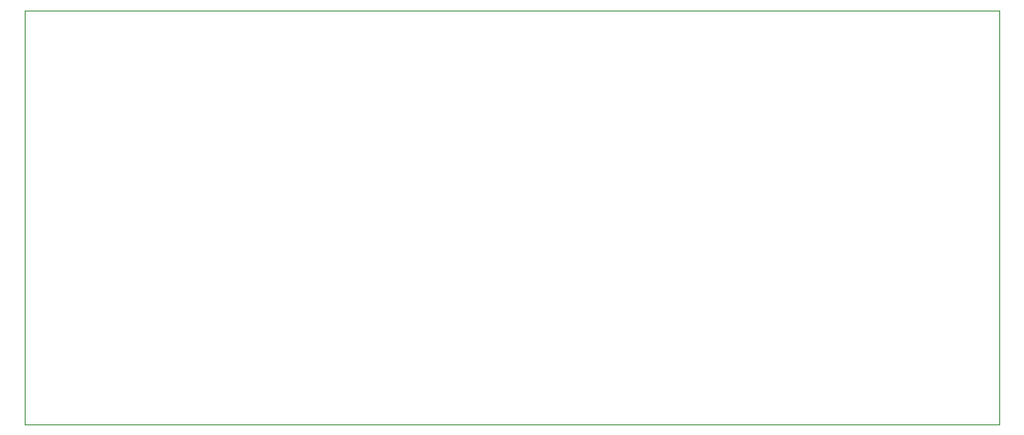
<source format=gbr>
%TF.GenerationSoftware,KiCad,Pcbnew,7.0.1*%
%TF.CreationDate,2023-04-04T11:35:32-07:00*%
%TF.ProjectId,PT Hub,50542048-7562-42e6-9b69-6361645f7063,v01*%
%TF.SameCoordinates,Original*%
%TF.FileFunction,Profile,NP*%
%FSLAX46Y46*%
G04 Gerber Fmt 4.6, Leading zero omitted, Abs format (unit mm)*
G04 Created by KiCad (PCBNEW 7.0.1) date 2023-04-04 11:35:32*
%MOMM*%
%LPD*%
G01*
G04 APERTURE LIST*
%TA.AperFunction,Profile*%
%ADD10C,0.100000*%
%TD*%
G04 APERTURE END LIST*
D10*
X70993000Y-137998200D02*
X164465000Y-137998200D01*
X70993000Y-98298000D02*
X70993000Y-137998200D01*
X164465000Y-137998200D02*
X164465000Y-98298000D01*
X164465000Y-98298000D02*
X70993000Y-98298000D01*
M02*

</source>
